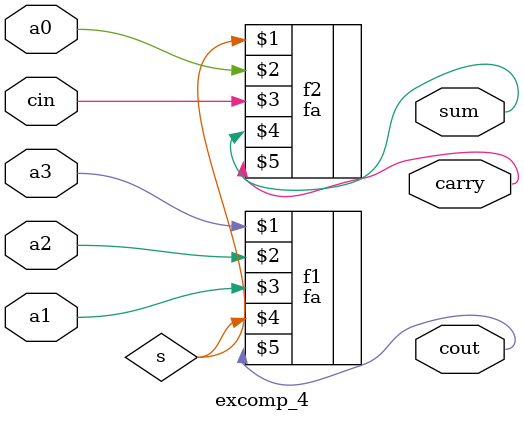
<source format=v>
`timescale 1ns / 1ps

module excomp_4(input a3,input a2,input a1,input a0,input cin,output sum,output carry,output cout);

wire s;
fa f1(a3,a2,a1,s,cout);
fa f2(s,a0,cin,sum,carry);
endmodule

</source>
